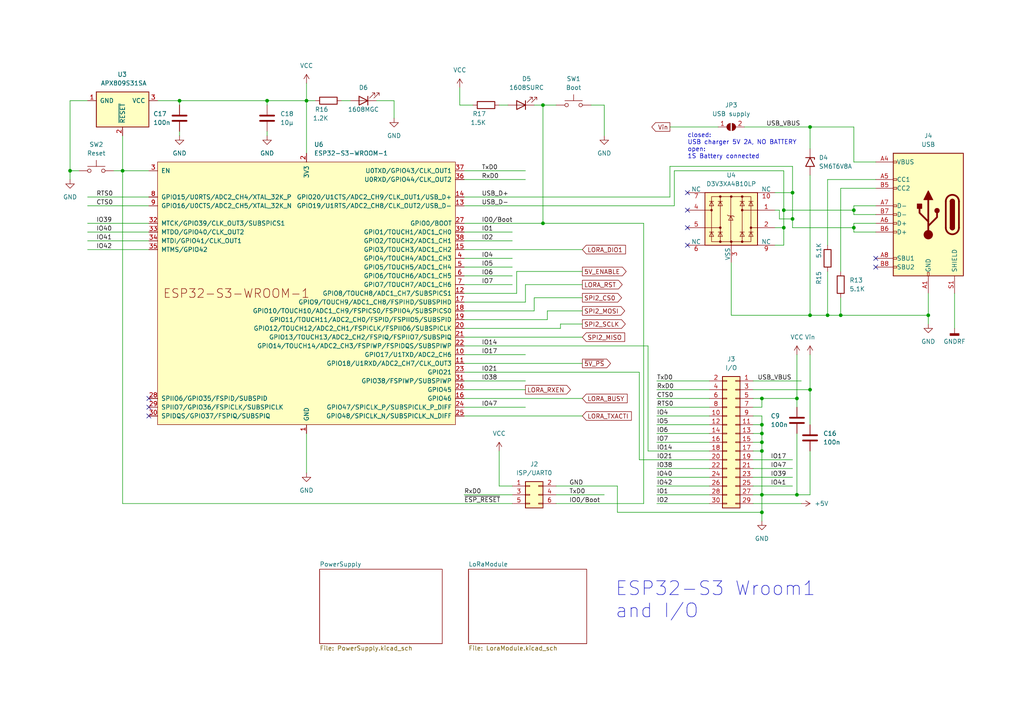
<source format=kicad_sch>
(kicad_sch (version 20230121) (generator eeschema)
  (paper "A4")
  (lib_symbols
    (symbol "Connector:USB_C_Receptacle_USB2.0_16P" (pin_names (offset 1.016))
      (property "Reference" "J" (at 0 22.225 0))
      (property "Value" "USB_C_Receptacle_USB2.0_16P" (at 0 19.685 0))
      (symbol "USB_C_Receptacle_USB2.0_16P_0_0"
        (rectangle (start -0.254 -17.78) (end 0.254 -16.764))
        (rectangle (start 10.16 -14.986) (end 9.144 -15.494))
        (rectangle (start 10.16 -12.446) (end 9.144 -12.954))
        (rectangle (start 10.16 -4.826) (end 9.144 -5.334))
        (rectangle (start 10.16 -2.286) (end 9.144 -2.794))
        (rectangle (start 10.16 0.254) (end 9.144 -0.254))
        (rectangle (start 10.16 2.794) (end 9.144 2.286))
        (rectangle (start 10.16 7.874) (end 9.144 7.366))
        (rectangle (start 10.16 10.414) (end 9.144 9.906))
        (rectangle (start 10.16 15.494) (end 9.144 14.986))
      )
      (symbol "USB_C_Receptacle_USB2.0_16P_0_1"
        (rectangle (start -10.16 17.78) (end 10.16 -17.78) (stroke (width 0.254)) (fill (type background)))
        (arc (start -8.89 -3.81) (mid -6.985 -5.7067) (end -5.08 -3.81) (stroke (width 0.508)))
        (arc (start -7.62 -3.81) (mid -6.985 -4.4423) (end -6.35 -3.81) (stroke (width 0.254)))
        (arc (start -7.62 -3.81) (mid -6.985 -4.4423) (end -6.35 -3.81) (stroke (width 0.254)) (fill (type outline)))
        (rectangle (start -7.62 -3.81) (end -6.35 3.81) (stroke (width 0.254)) (fill (type outline)))
        (arc (start -6.35 3.81) (mid -6.985 4.4423) (end -7.62 3.81) (stroke (width 0.254)))
        (arc (start -6.35 3.81) (mid -6.985 4.4423) (end -7.62 3.81) (stroke (width 0.254)) (fill (type outline)))
        (arc (start -5.08 3.81) (mid -6.985 5.7067) (end -8.89 3.81) (stroke (width 0.508)))
        (circle (center -2.54 1.143) (radius 0.635) (stroke (width 0.254)) (fill (type outline)))
        (circle (center 0 -5.842) (radius 1.27) (fill (type outline)))
        (polyline (pts (xy -8.89 -3.81) (xy -8.89 3.81)) (stroke (width 0.508)))
        (polyline (pts (xy -5.08 3.81) (xy -5.08 -3.81)) (stroke (width 0.508)))
        (polyline (pts (xy 0 -5.842) (xy 0 4.318)) (stroke (width 0.508)))
        (polyline (pts (xy 0 -3.302) (xy -2.54 -0.762) (xy -2.54 0.508)) (stroke (width 0.508)))
        (polyline (pts (xy 0 -2.032) (xy 2.54 0.508) (xy 2.54 1.778)) (stroke (width 0.508)))
        (polyline (pts (xy -1.27 4.318) (xy 0 6.858) (xy 1.27 4.318) (xy -1.27 4.318)) (stroke (width 0.254)) (fill (type outline)))
        (rectangle (start 1.905 1.778) (end 3.175 3.048) (stroke (width 0.254)) (fill (type outline)))
      )
      (symbol "USB_C_Receptacle_USB2.0_16P_1_1"
        (pin passive line (at 0 -22.86 90) (length 5.08) (name "GND") (number "A1"))
        (pin passive line (at 0 -22.86 90) (length 5.08) hide (name "GND") (number "A12"))
        (pin passive line (at 15.24 15.24 180) (length 5.08) (name "VBUS") (number "A4"))
        (pin bidirectional line (at 15.24 10.16 180) (length 5.08) (name "CC1") (number "A5"))
        (pin bidirectional line (at 15.24 -2.54 180) (length 5.08) (name "D+") (number "A6"))
        (pin bidirectional line (at 15.24 2.54 180) (length 5.08) (name "D-") (number "A7"))
        (pin bidirectional line (at 15.24 -12.7 180) (length 5.08) (name "SBU1") (number "A8"))
        (pin passive line (at 15.24 15.24 180) (length 5.08) hide (name "VBUS") (number "A9"))
        (pin passive line (at 0 -22.86 90) (length 5.08) hide (name "GND") (number "B1"))
        (pin passive line (at 0 -22.86 90) (length 5.08) hide (name "GND") (number "B12"))
        (pin passive line (at 15.24 15.24 180) (length 5.08) hide (name "VBUS") (number "B4"))
        (pin bidirectional line (at 15.24 7.62 180) (length 5.08) (name "CC2") (number "B5"))
        (pin bidirectional line (at 15.24 -5.08 180) (length 5.08) (name "D+") (number "B6"))
        (pin bidirectional line (at 15.24 0 180) (length 5.08) (name "D-") (number "B7"))
        (pin bidirectional line (at 15.24 -15.24 180) (length 5.08) (name "SBU2") (number "B8"))
        (pin passive line (at 15.24 15.24 180) (length 5.08) hide (name "VBUS") (number "B9"))
        (pin passive line (at -7.62 -22.86 90) (length 5.08) (name "SHIELD") (number "S1"))
      )
    )
    (symbol "Connector_Generic:Conn_02x03_Odd_Even" (pin_names (offset 1.016) hide)
      (property "Reference" "J" (at 1.27 5.08 0))
      (property "Value" "Conn_02x03_Odd_Even" (at 1.27 -5.08 0))
      (symbol "Conn_02x03_Odd_Even_1_1"
        (rectangle (start -1.27 -2.413) (end 0 -2.667) (stroke (width 0.1524)))
        (rectangle (start -1.27 0.127) (end 0 -0.127) (stroke (width 0.1524)))
        (rectangle (start -1.27 2.667) (end 0 2.413) (stroke (width 0.1524)))
        (rectangle (start -1.27 3.81) (end 3.81 -3.81) (stroke (width 0.254)) (fill (type background)))
        (rectangle (start 3.81 -2.413) (end 2.54 -2.667) (stroke (width 0.1524)))
        (rectangle (start 3.81 0.127) (end 2.54 -0.127) (stroke (width 0.1524)))
        (rectangle (start 3.81 2.667) (end 2.54 2.413) (stroke (width 0.1524)))
        (pin passive line (at -5.08 2.54 0) (length 3.81) (name "Pin_1") (number "1"))
        (pin passive line (at 7.62 2.54 180) (length 3.81) (name "Pin_2") (number "2"))
        (pin passive line (at -5.08 0 0) (length 3.81) (name "Pin_3") (number "3"))
        (pin passive line (at 7.62 0 180) (length 3.81) (name "Pin_4") (number "4"))
        (pin passive line (at -5.08 -2.54 0) (length 3.81) (name "Pin_5") (number "5"))
        (pin passive line (at 7.62 -2.54 180) (length 3.81) (name "Pin_6") (number "6"))
      )
    )
    (symbol "Connector_Generic:Conn_02x15_Odd_Even" (pin_names (offset 1.016) hide)
      (property "Reference" "J" (at 1.27 20.32 0))
      (property "Value" "Conn_02x15_Odd_Even" (at 1.27 -20.32 0))
      (symbol "Conn_02x15_Odd_Even_1_1"
        (rectangle (start -1.27 -17.653) (end 0 -17.907) (stroke (width 0.1524)))
        (rectangle (start -1.27 -15.113) (end 0 -15.367) (stroke (width 0.1524)))
        (rectangle (start -1.27 -12.573) (end 0 -12.827) (stroke (width 0.1524)))
        (rectangle (start -1.27 -10.033) (end 0 -10.287) (stroke (width 0.1524)))
        (rectangle (start -1.27 -7.493) (end 0 -7.747) (stroke (width 0.1524)))
        (rectangle (start -1.27 -4.953) (end 0 -5.207) (stroke (width 0.1524)))
        (rectangle (start -1.27 -2.413) (end 0 -2.667) (stroke (width 0.1524)))
        (rectangle (start -1.27 0.127) (end 0 -0.127) (stroke (width 0.1524)))
        (rectangle (start -1.27 2.667) (end 0 2.413) (stroke (width 0.1524)))
        (rectangle (start -1.27 5.207) (end 0 4.953) (stroke (width 0.1524)))
        (rectangle (start -1.27 7.747) (end 0 7.493) (stroke (width 0.1524)))
        (rectangle (start -1.27 10.287) (end 0 10.033) (stroke (width 0.1524)))
        (rectangle (start -1.27 12.827) (end 0 12.573) (stroke (width 0.1524)))
        (rectangle (start -1.27 15.367) (end 0 15.113) (stroke (width 0.1524)))
        (rectangle (start -1.27 17.907) (end 0 17.653) (stroke (width 0.1524)))
        (rectangle (start -1.27 19.05) (end 3.81 -19.05) (stroke (width 0.254)) (fill (type background)))
        (rectangle (start 3.81 -17.653) (end 2.54 -17.907) (stroke (width 0.1524)))
        (rectangle (start 3.81 -15.113) (end 2.54 -15.367) (stroke (width 0.1524)))
        (rectangle (start 3.81 -12.573) (end 2.54 -12.827) (stroke (width 0.1524)))
        (rectangle (start 3.81 -10.033) (end 2.54 -10.287) (stroke (width 0.1524)))
        (rectangle (start 3.81 -7.493) (end 2.54 -7.747) (stroke (width 0.1524)))
        (rectangle (start 3.81 -4.953) (end 2.54 -5.207) (stroke (width 0.1524)))
        (rectangle (start 3.81 -2.413) (end 2.54 -2.667) (stroke (width 0.1524)))
        (rectangle (start 3.81 0.127) (end 2.54 -0.127) (stroke (width 0.1524)))
        (rectangle (start 3.81 2.667) (end 2.54 2.413) (stroke (width 0.1524)))
        (rectangle (start 3.81 5.207) (end 2.54 4.953) (stroke (width 0.1524)))
        (rectangle (start 3.81 7.747) (end 2.54 7.493) (stroke (width 0.1524)))
        (rectangle (start 3.81 10.287) (end 2.54 10.033) (stroke (width 0.1524)))
        (rectangle (start 3.81 12.827) (end 2.54 12.573) (stroke (width 0.1524)))
        (rectangle (start 3.81 15.367) (end 2.54 15.113) (stroke (width 0.1524)))
        (rectangle (start 3.81 17.907) (end 2.54 17.653) (stroke (width 0.1524)))
        (pin passive line (at -5.08 17.78 0) (length 3.81) (name "Pin_1") (number "1"))
        (pin passive line (at 7.62 7.62 180) (length 3.81) (name "Pin_10") (number "10"))
        (pin passive line (at -5.08 5.08 0) (length 3.81) (name "Pin_11") (number "11"))
        (pin passive line (at 7.62 5.08 180) (length 3.81) (name "Pin_12") (number "12"))
        (pin passive line (at -5.08 2.54 0) (length 3.81) (name "Pin_13") (number "13"))
        (pin passive line (at 7.62 2.54 180) (length 3.81) (name "Pin_14") (number "14"))
        (pin passive line (at -5.08 0 0) (length 3.81) (name "Pin_15") (number "15"))
        (pin passive line (at 7.62 0 180) (length 3.81) (name "Pin_16") (number "16"))
        (pin passive line (at -5.08 -2.54 0) (length 3.81) (name "Pin_17") (number "17"))
        (pin passive line (at 7.62 -2.54 180) (length 3.81) (name "Pin_18") (number "18"))
        (pin passive line (at -5.08 -5.08 0) (length 3.81) (name "Pin_19") (number "19"))
        (pin passive line (at 7.62 17.78 180) (length 3.81) (name "Pin_2") (number "2"))
        (pin passive line (at 7.62 -5.08 180) (length 3.81) (name "Pin_20") (number "20"))
        (pin passive line (at -5.08 -7.62 0) (length 3.81) (name "Pin_21") (number "21"))
        (pin passive line (at 7.62 -7.62 180) (length 3.81) (name "Pin_22") (number "22"))
        (pin passive line (at -5.08 -10.16 0) (length 3.81) (name "Pin_23") (number "23"))
        (pin passive line (at 7.62 -10.16 180) (length 3.81) (name "Pin_24") (number "24"))
        (pin passive line (at -5.08 -12.7 0) (length 3.81) (name "Pin_25") (number "25"))
        (pin passive line (at 7.62 -12.7 180) (length 3.81) (name "Pin_26") (number "26"))
        (pin passive line (at -5.08 -15.24 0) (length 3.81) (name "Pin_27") (number "27"))
        (pin passive line (at 7.62 -15.24 180) (length 3.81) (name "Pin_28") (number "28"))
        (pin passive line (at -5.08 -17.78 0) (length 3.81) (name "Pin_29") (number "29"))
        (pin passive line (at -5.08 15.24 0) (length 3.81) (name "Pin_3") (number "3"))
        (pin passive line (at 7.62 -17.78 180) (length 3.81) (name "Pin_30") (number "30"))
        (pin passive line (at 7.62 15.24 180) (length 3.81) (name "Pin_4") (number "4"))
        (pin passive line (at -5.08 12.7 0) (length 3.81) (name "Pin_5") (number "5"))
        (pin passive line (at 7.62 12.7 180) (length 3.81) (name "Pin_6") (number "6"))
        (pin passive line (at -5.08 10.16 0) (length 3.81) (name "Pin_7") (number "7"))
        (pin passive line (at 7.62 10.16 180) (length 3.81) (name "Pin_8") (number "8"))
        (pin passive line (at -5.08 7.62 0) (length 3.81) (name "Pin_9") (number "9"))
      )
    )
    (symbol "DO1FJN:APX809S" (pin_names (offset 1.016))
      (property "Reference" "U" (at 0 8.89 0))
      (property "Value" "APX809S31SA" (at -1.27 -8.89 0))
      (symbol "APX809S_1_1"
        (rectangle (start -5.08 7.62) (end 5.08 -7.62) (stroke (width 0.254)) (fill (type background)))
        (pin power_in line (at -2.54 -10.16 90) (length 2.54) (name "GND") (number "1"))
        (pin output line (at 7.62 0 180) (length 2.54) (name "~{RESET}") (number "2"))
        (pin power_in line (at -2.54 10.16 270) (length 2.54) (name "VCC") (number "3"))
      )
    )
    (symbol "DO1FJN:GNDRF" (power) (pin_names (offset 0))
      (property "Value" "GNDRF" (at 0 -3.175 0))
      (symbol "GNDRF_0_1"
        (rectangle (start -1.27 -1.524) (end 1.27 -2.032) (stroke (width 0.254)) (fill (type outline)))
        (polyline (pts (xy 0 0) (xy 0 -1.524)))
      )
      (symbol "GNDRF_1_1"
        (pin power_in line (at 0 0 270) (length 0) hide (name "GNDRF") (number "1"))
      )
    )
    (symbol "DO1FJN:Vin" (power) (pin_names (offset 0))
      (property "Value" "Vin" (at 0 3.81 0))
      (symbol "Vin_0_1"
        (polyline (pts (xy -0.762 1.27) (xy 0 2.54)))
        (polyline (pts (xy 0 0) (xy 0 2.54)))
        (polyline (pts (xy 0 2.54) (xy 0.762 1.27)))
      )
      (symbol "Vin_1_1"
        (pin power_in line (at 0 0 90) (length 0) hide (name "Vin") (number "1"))
      )
    )
    (symbol "Device:C" (pin_numbers hide) (pin_names (offset 0.254))
      (property "Reference" "C" (at 0.635 2.54 0))
      (property "Value" "C" (at 0.635 -2.54 0))
      (symbol "C_0_1"
        (polyline (pts (xy -2.032 -0.762) (xy 2.032 -0.762)) (stroke (width 0.508)))
        (polyline (pts (xy -2.032 0.762) (xy 2.032 0.762)) (stroke (width 0.508)))
      )
      (symbol "C_1_1"
        (pin passive line (at 0 3.81 270) (length 2.794) (name "~") (number "1"))
        (pin passive line (at 0 -3.81 90) (length 2.794) (name "~") (number "2"))
      )
    )
    (symbol "Device:LED" (pin_numbers hide) (pin_names (offset 1.016) hide)
      (property "Reference" "D" (at 0 2.54 0))
      (property "Value" "LED" (at 0 -2.54 0))
      (symbol "LED_0_1"
        (polyline (pts (xy -1.27 -1.27) (xy -1.27 1.27)) (stroke (width 0.254)))
        (polyline (pts (xy -1.27 0) (xy 1.27 0)))
        (polyline (pts (xy 1.27 -1.27) (xy 1.27 1.27) (xy -1.27 0) (xy 1.27 -1.27)) (stroke (width 0.254)))
        (polyline (pts (xy -3.048 -0.762) (xy -4.572 -2.286) (xy -3.81 -2.286) (xy -4.572 -2.286) (xy -4.572 -1.524)))
        (polyline (pts (xy -1.778 -0.762) (xy -3.302 -2.286) (xy -2.54 -2.286) (xy -3.302 -2.286) (xy -3.302 -1.524)))
      )
      (symbol "LED_1_1"
        (pin passive line (at -3.81 0 0) (length 2.54) (name "K") (number "1"))
        (pin passive line (at 3.81 0 180) (length 2.54) (name "A") (number "2"))
      )
    )
    (symbol "Device:R" (pin_numbers hide) (pin_names (offset 0))
      (property "Reference" "R" (at 2.032 0 90))
      (property "Value" "R" (at 0 0 90))
      (symbol "R_0_1"
        (rectangle (start -1.016 -2.54) (end 1.016 2.54) (stroke (width 0.254)))
      )
      (symbol "R_1_1"
        (pin passive line (at 0 3.81 270) (length 1.27) (name "~") (number "1"))
        (pin passive line (at 0 -3.81 90) (length 1.27) (name "~") (number "2"))
      )
    )
    (symbol "Diode:SM6T6V8A" (pin_numbers hide) (pin_names (offset 1.016) hide)
      (property "Reference" "D" (at 0 2.54 0))
      (property "Value" "SM6T6V8A" (at 0 -2.54 0))
      (symbol "SM6T6V8A_0_1"
        (polyline (pts (xy -0.762 1.27) (xy -1.27 1.27) (xy -1.27 -1.27)) (stroke (width 0.254)))
        (polyline (pts (xy 1.27 1.27) (xy 1.27 -1.27) (xy -1.27 0) (xy 1.27 1.27)) (stroke (width 0.254)))
      )
      (symbol "SM6T6V8A_1_1"
        (pin passive line (at -3.81 0 0) (length 2.54) (name "A1") (number "1"))
        (pin passive line (at 3.81 0 180) (length 2.54) (name "A2") (number "2"))
      )
    )
    (symbol "Jumper:SolderJumper_2_Open" (pin_names (offset 0) hide)
      (property "Reference" "JP" (at 0 2.032 0))
      (property "Value" "SolderJumper_2_Open" (at 0 -2.54 0))
      (symbol "SolderJumper_2_Open_0_1"
        (arc (start -0.254 1.016) (mid -1.2656 0) (end -0.254 -1.016))
        (arc (start -0.254 1.016) (mid -1.2656 0) (end -0.254 -1.016) (fill (type outline)))
        (polyline (pts (xy -0.254 1.016) (xy -0.254 -1.016)))
        (polyline (pts (xy 0.254 1.016) (xy 0.254 -1.016)))
        (arc (start 0.254 -1.016) (mid 1.2656 0) (end 0.254 1.016))
        (arc (start 0.254 -1.016) (mid 1.2656 0) (end 0.254 1.016) (fill (type outline)))
      )
      (symbol "SolderJumper_2_Open_1_1"
        (pin passive line (at -3.81 0 0) (length 2.54) (name "A") (number "1"))
        (pin passive line (at 3.81 0 180) (length 2.54) (name "B") (number "2"))
      )
    )
    (symbol "PCM_Espressif:ESP32-S3-WROOM-1" (pin_names (offset 1.016))
      (property "Reference" "U" (at -43.18 43.18 0))
      (property "Value" "ESP32-S3-WROOM-1" (at -43.18 40.64 0))
      (symbol "ESP32-S3-WROOM-1_0_0"
        (text "ESP32-S3-WROOM-1" (at -20.32 0 0) (effects (font (size 2.54 2.54))))
        (pin power_in line (at 0 -40.64 90) (length 2.54) (name "GND") (number "1"))
        (pin bidirectional line (at 45.72 -17.78 180) (length 2.54) (name "GPIO17/U1TXD/ADC2_CH6") (number "10"))
        (pin bidirectional line (at 45.72 -20.32 180) (length 2.54) (name "GPIO18/U1RXD/ADC2_CH7/CLK_OUT3") (number "11"))
        (pin bidirectional line (at 45.72 0 180) (length 2.54) (name "GPIO8/TOUCH8/ADC1_CH7/SUBSPICS1") (number "12"))
        (pin bidirectional line (at 45.72 25.4 180) (length 2.54) (name "GPIO19/U1RTS/ADC2_CH8/CLK_OUT2/USB_D-") (number "13"))
        (pin bidirectional line (at 45.72 27.94 180) (length 2.54) (name "GPIO20/U1CTS/ADC2_CH9/CLK_OUT1/USB_D+") (number "14"))
        (pin bidirectional line (at 45.72 12.7 180) (length 2.54) (name "GPIO3/TOUCH3/ADC1_CH2") (number "15"))
        (pin bidirectional line (at 45.72 -30.48 180) (length 2.54) (name "GPIO46") (number "16"))
        (pin bidirectional line (at 45.72 -2.54 180) (length 2.54) (name "GPIO9/TOUCH9/ADC1_CH8/FSPIHD/SUBSPIHD") (number "17"))
        (pin bidirectional line (at 45.72 -5.08 180) (length 2.54) (name "GPIO10/TOUCH10/ADC1_CH9/FSPICS0/FSPIIO4/SUBSPICS0") (number "18"))
        (pin bidirectional line (at 45.72 -7.62 180) (length 2.54) (name "GPIO11/TOUCH11/ADC2_CH0/FSPID/FSPIIO5/SUBSPID") (number "19"))
        (pin power_in line (at 0 40.64 270) (length 2.54) (name "3V3") (number "2"))
        (pin bidirectional line (at 45.72 -10.16 180) (length 2.54) (name "GPIO12/TOUCH12/ADC2_CH1/FSPICLK/FSPIIO6/SUBSPICLK") (number "20"))
        (pin bidirectional line (at 45.72 -12.7 180) (length 2.54) (name "GPIO13/TOUCH13/ADC2_CH2/FSPIQ/FSPIIO7/SUBSPIQ") (number "21"))
        (pin bidirectional line (at 45.72 -15.24 180) (length 2.54) (name "GPIO14/TOUCH14/ADC2_CH3/FSPIWP/FSPIDQS/SUBSPIWP") (number "22"))
        (pin bidirectional line (at 45.72 -22.86 180) (length 2.54) (name "GPIO21") (number "23"))
        (pin bidirectional line (at 45.72 -33.02 180) (length 2.54) (name "GPIO47/SPICLK_P/SUBSPICLK_P_DIFF") (number "24"))
        (pin bidirectional line (at 45.72 -35.56 180) (length 2.54) (name "GPIO48/SPICLK_N/SUBSPICLK_N_DIFF") (number "25"))
        (pin bidirectional line (at 45.72 -27.94 180) (length 2.54) (name "GPIO45") (number "26"))
        (pin bidirectional line (at 45.72 20.32 180) (length 2.54) (name "GPIO0/BOOT") (number "27"))
        (pin bidirectional line (at -45.72 -30.48 0) (length 2.54) (name "SPIIO6/GPIO35/FSPID/SUBSPID") (number "28"))
        (pin bidirectional line (at -45.72 -33.02 0) (length 2.54) (name "SPIIO7/GPIO36/FSPICLK/SUBSPICLK") (number "29"))
        (pin input line (at -45.72 35.56 0) (length 2.54) (name "EN") (number "3"))
        (pin bidirectional line (at -45.72 -35.56 0) (length 2.54) (name "SPIDQS/GPIO37/FSPIQ/SUBSPIQ") (number "30"))
        (pin bidirectional line (at 45.72 -25.4 180) (length 2.54) (name "GPIO38/FSPIWP/SUBSPIWP") (number "31"))
        (pin bidirectional line (at -45.72 20.32 0) (length 2.54) (name "MTCK/GPIO39/CLK_OUT3/SUBSPICS1") (number "32"))
        (pin bidirectional line (at -45.72 17.78 0) (length 2.54) (name "MTDO/GPIO40/CLK_OUT2") (number "33"))
        (pin bidirectional line (at -45.72 15.24 0) (length 2.54) (name "MTDI/GPIO41/CLK_OUT1") (number "34"))
        (pin bidirectional line (at -45.72 12.7 0) (length 2.54) (name "MTMS/GPIO42") (number "35"))
        (pin bidirectional line (at 45.72 33.02 180) (length 2.54) (name "U0RXD/GPIO44/CLK_OUT2") (number "36"))
        (pin bidirectional line (at 45.72 35.56 180) (length 2.54) (name "U0TXD/GPIO43/CLK_OUT1") (number "37"))
        (pin bidirectional line (at 45.72 15.24 180) (length 2.54) (name "GPIO2/TOUCH2/ADC1_CH1") (number "38"))
        (pin bidirectional line (at 45.72 17.78 180) (length 2.54) (name "GPIO1/TOUCH1/ADC1_CH0") (number "39"))
        (pin bidirectional line (at 45.72 10.16 180) (length 2.54) (name "GPIO4/TOUCH4/ADC1_CH3") (number "4"))
        (pin passive line (at 0 -40.64 90) (length 2.54) hide (name "GND") (number "40"))
        (pin passive line (at 0 -40.64 90) (length 2.54) hide (name "GND") (number "41"))
        (pin bidirectional line (at 45.72 7.62 180) (length 2.54) (name "GPIO5/TOUCH5/ADC1_CH4") (number "5"))
        (pin bidirectional line (at 45.72 5.08 180) (length 2.54) (name "GPIO6/TOUCH6/ADC1_CH5") (number "6"))
        (pin bidirectional line (at 45.72 2.54 180) (length 2.54) (name "GPIO7/TOUCH7/ADC1_CH6") (number "7"))
        (pin bidirectional line (at -45.72 27.94 0) (length 2.54) (name "GPIO15/U0RTS/ADC2_CH4/XTAL_32K_P") (number "8"))
        (pin bidirectional line (at -45.72 25.4 0) (length 2.54) (name "GPIO16/U0CTS/ADC2_CH5/XTAL_32K_N") (number "9"))
      )
      (symbol "ESP32-S3-WROOM-1_0_1"
        (rectangle (start -43.18 38.1) (end 43.18 -38.1) (fill (type background)))
      )
    )
    (symbol "Power_Protection:D3V3XA4B10LP" (pin_names (offset 0))
      (property "Reference" "U" (at -0.635 8.89 0))
      (property "Value" "D3V3XA4B10LP" (at 8.89 -10.16 0))
      (symbol "D3V3XA4B10LP_0_0"
        (rectangle (start -5.715 6.477) (end 5.715 -6.604))
        (polyline (pts (xy -3.175 -6.604) (xy -3.175 6.477)))
        (polyline (pts (xy 0.127 6.477) (xy 0.127 -6.604)))
        (polyline (pts (xy 3.175 6.477) (xy 3.175 -6.604)))
      )
      (symbol "D3V3XA4B10LP_0_1"
        (rectangle (start -7.62 7.62) (end 7.62 -7.62) (stroke (width 0.254)) (fill (type background)))
        (circle (center -5.715 -2.54) (radius 0.2794) (fill (type outline)))
        (circle (center -3.175 -6.604) (radius 0.2794) (fill (type outline)))
        (circle (center -3.175 2.54) (radius 0.2794) (fill (type outline)))
        (circle (center -3.175 6.477) (radius 0.2794) (fill (type outline)))
        (circle (center 0 -6.604) (radius 0.2794) (fill (type outline)))
        (polyline (pts (xy -7.747 2.54) (xy -3.175 2.54)))
        (polyline (pts (xy -7.62 -2.54) (xy -5.715 -2.54)))
        (polyline (pts (xy -5.08 -3.81) (xy -6.35 -3.81)))
        (polyline (pts (xy -5.08 5.08) (xy -6.35 5.08)))
        (polyline (pts (xy -2.54 -3.81) (xy -3.81 -3.81)))
        (polyline (pts (xy -2.54 5.08) (xy -3.81 5.08)))
        (polyline (pts (xy -0.508 0.889) (xy -0.889 0.635)))
        (polyline (pts (xy 0 -6.604) (xy 0 -7.62)))
        (polyline (pts (xy 0.762 0.889) (xy -0.508 0.889)))
        (polyline (pts (xy 0.762 0.889) (xy 1.143 1.143)))
        (polyline (pts (xy 3.81 -3.81) (xy 2.54 -3.81)))
        (polyline (pts (xy 3.81 5.08) (xy 2.54 5.08)))
        (polyline (pts (xy 6.35 -3.81) (xy 5.08 -3.81)))
        (polyline (pts (xy 6.35 5.08) (xy 5.08 5.08)))
        (polyline (pts (xy 7.62 -2.54) (xy 3.175 -2.54)))
        (polyline (pts (xy 7.62 2.54) (xy 5.715 2.54)))
        (polyline (pts (xy -5.08 -5.08) (xy -6.35 -5.08) (xy -5.715 -3.81) (xy -5.08 -5.08)))
        (polyline (pts (xy -5.08 3.81) (xy -6.35 3.81) (xy -5.715 5.08) (xy -5.08 3.81)))
        (polyline (pts (xy -2.54 -5.08) (xy -3.81 -5.08) (xy -3.175 -3.81) (xy -2.54 -5.08)))
        (polyline (pts (xy -2.54 3.81) (xy -3.81 3.81) (xy -3.175 5.08) (xy -2.54 3.81)))
        (polyline (pts (xy 0.762 -0.381) (xy -0.508 -0.381) (xy 0.127 0.889) (xy 0.762 -0.381)))
        (polyline (pts (xy 3.81 -5.08) (xy 2.54 -5.08) (xy 3.175 -3.81) (xy 3.81 -5.08)))
        (polyline (pts (xy 3.81 3.81) (xy 2.54 3.81) (xy 3.175 5.08) (xy 3.81 3.81)))
        (polyline (pts (xy 6.35 -5.08) (xy 5.08 -5.08) (xy 5.715 -3.81) (xy 6.35 -5.08)))
        (polyline (pts (xy 6.35 3.81) (xy 5.08 3.81) (xy 5.715 5.08) (xy 6.35 3.81)))
        (circle (center 0 6.477) (radius 0.2794) (fill (type outline)))
        (circle (center 3.175 -6.604) (radius 0.2794) (fill (type outline)))
        (circle (center 3.175 -2.54) (radius 0.2794) (fill (type outline)))
        (circle (center 3.175 6.477) (radius 0.2794) (fill (type outline)))
        (circle (center 5.715 2.54) (radius 0.2794) (fill (type outline)))
      )
      (symbol "D3V3XA4B10LP_1_1"
        (pin passive line (at -12.7 2.54 0) (length 5.08) (name "~") (number "1"))
        (pin free line (at -12.7 7.62 0) (length 5.08) (name "NC") (number "10"))
        (pin passive line (at -12.7 -2.54 0) (length 5.08) (name "~") (number "2"))
        (pin power_in line (at 0 -12.7 90) (length 5.08) (name "VSS") (number "3"))
        (pin passive line (at 12.7 2.54 180) (length 5.08) (name "~") (number "4"))
        (pin passive line (at 12.7 -2.54 180) (length 5.08) (name "~") (number "5"))
        (pin free line (at 12.7 -7.62 180) (length 5.08) (name "NC") (number "6"))
        (pin free line (at 12.7 7.62 180) (length 5.08) (name "NC") (number "7"))
        (pin passive line (at 0 -12.7 90) (length 5.08) hide (name "VSS") (number "8"))
        (pin free line (at -12.7 -7.62 0) (length 5.08) (name "NC") (number "9"))
      )
    )
    (symbol "Switch:SW_Push" (pin_numbers hide) (pin_names (offset 1.016) hide)
      (property "Reference" "SW" (at 1.27 2.54 0))
      (property "Value" "SW_Push" (at 0 -1.524 0))
      (symbol "SW_Push_0_1"
        (circle (center -2.032 0) (radius 0.508))
        (polyline (pts (xy 0 1.27) (xy 0 3.048)))
        (polyline (pts (xy 2.54 1.27) (xy -2.54 1.27)))
        (circle (center 2.032 0) (radius 0.508))
        (pin passive line (at -5.08 0 0) (length 2.54) (name "1") (number "1"))
        (pin passive line (at 5.08 0 180) (length 2.54) (name "2") (number "2"))
      )
    )
    (symbol "power:+5V" (power) (pin_names (offset 0))
      (property "Value" "+5V" (at 0 3.556 0))
      (symbol "+5V_0_1"
        (polyline (pts (xy -0.762 1.27) (xy 0 2.54)))
        (polyline (pts (xy 0 0) (xy 0 2.54)))
        (polyline (pts (xy 0 2.54) (xy 0.762 1.27)))
      )
      (symbol "+5V_1_1"
        (pin power_in line (at 0 0 90) (length 0) hide (name "+5V") (number "1"))
      )
    )
    (symbol "power:GND" (power) (pin_names (offset 0))
      (property "Value" "GND" (at 0 -3.81 0))
      (symbol "GND_0_1"
        (polyline (pts (xy 0 0) (xy 0 -1.27) (xy 1.27 -1.27) (xy 0 -2.54) (xy -1.27 -1.27) (xy 0 -1.27)))
      )
      (symbol "GND_1_1"
        (pin power_in line (at 0 0 270) (length 0) hide (name "GND") (number "1"))
      )
    )
    (symbol "power:VCC" (power) (pin_names (offset 0))
      (property "Value" "VCC" (at 0 3.81 0))
      (symbol "VCC_0_1"
        (polyline (pts (xy -0.762 1.27) (xy 0 2.54)))
        (polyline (pts (xy 0 0) (xy 0 2.54)))
        (polyline (pts (xy 0 2.54) (xy 0.762 1.27)))
      )
      (symbol "VCC_1_1"
        (pin power_in line (at 0 0 90) (length 0) hide (name "VCC") (number "1"))
      )
    )
  )
  (junction (at 157.48 64.77))
  (junction (at 220.98 128.27))
  (junction (at 220.98 125.73))
  (junction (at 231.14 143.51))
  (junction (at 157.48 30.48))
  (junction (at 35.56 49.53))
  (junction (at 269.24 91.44))
  (junction (at 220.98 143.51))
  (junction (at 227.33 60.96))
  (junction (at 52.07 29.21))
  (junction (at 234.95 113.03))
  (junction (at 243.84 91.44))
  (junction (at 229.87 55.88))
  (junction (at 234.95 91.44))
  (junction (at 220.98 115.57))
  (junction (at 231.14 115.57))
  (junction (at 220.98 123.19))
  (junction (at 229.87 63.5))
  (junction (at 240.03 91.44))
  (junction (at 247.65 66.04))
  (junction (at 88.9 29.21))
  (junction (at 77.47 29.21))
  (junction (at 20.32 49.53))
  (junction (at 234.95 36.83))
  (junction (at 247.65 60.96))
  (junction (at 227.33 66.04))
  (junction (at 220.98 130.81))
  (junction (at 220.98 148.59))
  (no_connect (at 254 77.47))
  (no_connect (at 199.39 55.88))
  (no_connect (at 43.18 118.11))
  (no_connect (at 199.39 71.12))
  (no_connect (at 254 74.93))
  (no_connect (at 43.18 120.65))
  (no_connect (at 43.18 115.57))
  (no_connect (at 199.39 66.04))
  (no_connect (at 199.39 60.96))
  (wire (pts (xy 134.62 57.15) (xy 194.31 57.15)))
  (wire (pts (xy 220.98 120.65) (xy 218.44 120.65)))
  (wire (pts (xy 161.29 143.51) (xy 175.26 143.51)))
  (wire (pts (xy 43.18 49.53) (xy 35.56 49.53)))
  (wire (pts (xy 254 67.31) (xy 247.65 67.31)))
  (wire (pts (xy 154.94 86.36) (xy 168.91 86.36)))
  (wire (pts (xy 269.24 85.09) (xy 269.24 91.44)))
  (wire (pts (xy 220.98 118.11) (xy 220.98 115.57)))
  (wire (pts (xy 190.5 113.03) (xy 205.74 113.03)))
  (wire (pts (xy 134.62 113.03) (xy 152.4 113.03)))
  (wire (pts (xy 134.62 143.51) (xy 148.59 143.51)))
  (wire (pts (xy 52.07 29.21) (xy 52.07 30.48)))
  (wire (pts (xy 234.95 102.87) (xy 234.95 113.03)))
  (wire (pts (xy 229.87 55.88) (xy 229.87 63.5)))
  (wire (pts (xy 45.72 29.21) (xy 52.07 29.21)))
  (wire (pts (xy 134.62 77.47) (xy 148.59 77.47)))
  (wire (pts (xy 218.44 140.97) (xy 229.87 140.97)))
  (wire (pts (xy 229.87 48.26) (xy 229.87 55.88)))
  (wire (pts (xy 101.6 29.21) (xy 99.06 29.21)))
  (wire (pts (xy 190.5 118.11) (xy 205.74 118.11)))
  (wire (pts (xy 187.96 130.81) (xy 205.74 130.81)))
  (wire (pts (xy 134.62 64.77) (xy 157.48 64.77)))
  (wire (pts (xy 190.5 110.49) (xy 205.74 110.49)))
  (wire (pts (xy 243.84 91.44) (xy 240.03 91.44)))
  (wire (pts (xy 220.98 115.57) (xy 218.44 115.57)))
  (wire (pts (xy 218.44 113.03) (xy 234.95 113.03)))
  (wire (pts (xy 133.35 30.48) (xy 137.16 30.48)))
  (wire (pts (xy 226.06 63.5) (xy 229.87 63.5)))
  (wire (pts (xy 190.5 120.65) (xy 205.74 120.65)))
  (wire (pts (xy 215.9 36.83) (xy 234.95 36.83)))
  (wire (pts (xy 247.65 60.96) (xy 227.33 60.96)))
  (wire (pts (xy 52.07 39.37) (xy 52.07 38.1)))
  (wire (pts (xy 134.62 120.65) (xy 168.91 120.65)))
  (wire (pts (xy 134.62 52.07) (xy 152.4 52.07)))
  (wire (pts (xy 234.95 113.03) (xy 234.95 123.19)))
  (wire (pts (xy 218.44 133.35) (xy 229.87 133.35)))
  (wire (pts (xy 243.84 78.74) (xy 243.84 54.61)))
  (wire (pts (xy 134.62 118.11) (xy 152.4 118.11)))
  (wire (pts (xy 149.86 85.09) (xy 149.86 78.74)))
  (wire (pts (xy 161.29 140.97) (xy 179.07 140.97)))
  (wire (pts (xy 114.3 29.21) (xy 114.3 34.29)))
  (wire (pts (xy 231.14 102.87) (xy 231.14 115.57)))
  (wire (pts (xy 134.62 74.93) (xy 148.59 74.93)))
  (wire (pts (xy 254 64.77) (xy 247.65 64.77)))
  (wire (pts (xy 20.32 52.07) (xy 20.32 49.53)))
  (wire (pts (xy 154.94 30.48) (xy 157.48 30.48)))
  (wire (pts (xy 190.5 135.89) (xy 205.74 135.89)))
  (wire (pts (xy 218.44 125.73) (xy 220.98 125.73)))
  (wire (pts (xy 220.98 143.51) (xy 218.44 143.51)))
  (wire (pts (xy 220.98 123.19) (xy 220.98 120.65)))
  (wire (pts (xy 88.9 24.13) (xy 88.9 29.21)))
  (wire (pts (xy 269.24 91.44) (xy 269.24 93.98)))
  (wire (pts (xy 218.44 123.19) (xy 220.98 123.19)))
  (wire (pts (xy 158.75 92.71) (xy 134.62 92.71)))
  (wire (pts (xy 35.56 49.53) (xy 35.56 146.05)))
  (wire (pts (xy 276.86 95.25) (xy 276.86 85.09)))
  (wire (pts (xy 224.79 60.96) (xy 226.06 60.96)))
  (wire (pts (xy 134.62 67.31) (xy 148.59 67.31)))
  (wire (pts (xy 25.4 59.69) (xy 43.18 59.69)))
  (wire (pts (xy 220.98 128.27) (xy 220.98 130.81)))
  (wire (pts (xy 77.47 29.21) (xy 88.9 29.21)))
  (wire (pts (xy 134.62 80.01) (xy 148.59 80.01)))
  (wire (pts (xy 88.9 137.16) (xy 88.9 125.73)))
  (wire (pts (xy 234.95 36.83) (xy 234.95 43.18)))
  (wire (pts (xy 234.95 130.81) (xy 234.95 143.51)))
  (wire (pts (xy 134.62 82.55) (xy 148.59 82.55)))
  (wire (pts (xy 247.65 67.31) (xy 247.65 66.04)))
  (wire (pts (xy 187.96 100.33) (xy 187.96 130.81)))
  (wire (pts (xy 144.78 130.81) (xy 144.78 140.97)))
  (wire (pts (xy 194.31 48.26) (xy 229.87 48.26)))
  (wire (pts (xy 158.75 90.17) (xy 168.91 90.17)))
  (wire (pts (xy 247.65 36.83) (xy 234.95 36.83)))
  (wire (pts (xy 234.95 91.44) (xy 240.03 91.44)))
  (wire (pts (xy 195.58 59.69) (xy 195.58 49.53)))
  (wire (pts (xy 218.44 128.27) (xy 220.98 128.27)))
  (wire (pts (xy 20.32 29.21) (xy 25.4 29.21)))
  (wire (pts (xy 134.62 72.39) (xy 168.91 72.39)))
  (wire (pts (xy 186.69 146.05) (xy 186.69 64.77)))
  (wire (pts (xy 152.4 82.55) (xy 152.4 87.63)))
  (wire (pts (xy 231.14 143.51) (xy 220.98 143.51)))
  (wire (pts (xy 190.5 128.27) (xy 205.74 128.27)))
  (wire (pts (xy 212.09 91.44) (xy 212.09 76.2)))
  (wire (pts (xy 35.56 146.05) (xy 148.59 146.05)))
  (wire (pts (xy 179.07 148.59) (xy 220.98 148.59)))
  (wire (pts (xy 157.48 30.48) (xy 157.48 64.77)))
  (wire (pts (xy 190.5 138.43) (xy 205.74 138.43)))
  (wire (pts (xy 134.62 97.79) (xy 168.91 97.79)))
  (wire (pts (xy 134.62 102.87) (xy 152.4 102.87)))
  (wire (pts (xy 247.65 64.77) (xy 247.65 66.04)))
  (wire (pts (xy 254 59.69) (xy 247.65 59.69)))
  (wire (pts (xy 220.98 143.51) (xy 220.98 148.59)))
  (wire (pts (xy 234.95 143.51) (xy 231.14 143.51)))
  (wire (pts (xy 149.86 78.74) (xy 168.91 78.74)))
  (wire (pts (xy 20.32 49.53) (xy 20.32 29.21)))
  (wire (pts (xy 247.65 66.04) (xy 229.87 66.04)))
  (wire (pts (xy 220.98 115.57) (xy 231.14 115.57)))
  (wire (pts (xy 269.24 91.44) (xy 243.84 91.44)))
  (wire (pts (xy 161.29 146.05) (xy 186.69 146.05)))
  (wire (pts (xy 190.5 146.05) (xy 205.74 146.05)))
  (wire (pts (xy 185.42 107.95) (xy 185.42 133.35)))
  (wire (pts (xy 134.62 59.69) (xy 195.58 59.69)))
  (wire (pts (xy 152.4 87.63) (xy 134.62 87.63)))
  (wire (pts (xy 240.03 71.12) (xy 240.03 52.07)))
  (wire (pts (xy 190.5 140.97) (xy 205.74 140.97)))
  (wire (pts (xy 88.9 29.21) (xy 91.44 29.21)))
  (wire (pts (xy 134.62 107.95) (xy 185.42 107.95)))
  (wire (pts (xy 77.47 29.21) (xy 77.47 30.48)))
  (wire (pts (xy 35.56 49.53) (xy 35.56 39.37)))
  (wire (pts (xy 195.58 49.53) (xy 227.33 49.53)))
  (wire (pts (xy 247.65 62.23) (xy 247.65 60.96)))
  (wire (pts (xy 185.42 133.35) (xy 205.74 133.35)))
  (wire (pts (xy 247.65 59.69) (xy 247.65 60.96)))
  (wire (pts (xy 162.56 93.98) (xy 162.56 95.25)))
  (wire (pts (xy 227.33 49.53) (xy 227.33 60.96)))
  (wire (pts (xy 20.32 49.53) (xy 22.86 49.53)))
  (wire (pts (xy 231.14 125.73) (xy 231.14 143.51)))
  (wire (pts (xy 52.07 29.21) (xy 77.47 29.21)))
  (wire (pts (xy 190.5 115.57) (xy 205.74 115.57)))
  (wire (pts (xy 220.98 130.81) (xy 220.98 143.51)))
  (wire (pts (xy 162.56 93.98) (xy 168.91 93.98)))
  (wire (pts (xy 227.33 71.12) (xy 227.33 66.04)))
  (wire (pts (xy 144.78 30.48) (xy 147.32 30.48)))
  (wire (pts (xy 33.02 49.53) (xy 35.56 49.53)))
  (wire (pts (xy 134.62 110.49) (xy 152.4 110.49)))
  (wire (pts (xy 240.03 52.07) (xy 254 52.07)))
  (wire (pts (xy 25.4 67.31) (xy 43.18 67.31)))
  (wire (pts (xy 194.31 57.15) (xy 194.31 48.26)))
  (wire (pts (xy 77.47 38.1) (xy 77.47 39.37)))
  (wire (pts (xy 134.62 69.85) (xy 148.59 69.85)))
  (wire (pts (xy 25.4 72.39) (xy 43.18 72.39)))
  (wire (pts (xy 133.35 25.4) (xy 133.35 30.48)))
  (wire (pts (xy 134.62 100.33) (xy 187.96 100.33)))
  (wire (pts (xy 25.4 69.85) (xy 43.18 69.85)))
  (wire (pts (xy 154.94 90.17) (xy 134.62 90.17)))
  (wire (pts (xy 243.84 86.36) (xy 243.84 91.44)))
  (wire (pts (xy 175.26 30.48) (xy 171.45 30.48)))
  (wire (pts (xy 190.5 125.73) (xy 205.74 125.73)))
  (wire (pts (xy 88.9 29.21) (xy 88.9 44.45)))
  (wire (pts (xy 254 62.23) (xy 247.65 62.23)))
  (wire (pts (xy 240.03 78.74) (xy 240.03 91.44)))
  (wire (pts (xy 109.22 29.21) (xy 114.3 29.21)))
  (wire (pts (xy 231.14 118.11) (xy 231.14 115.57)))
  (wire (pts (xy 25.4 64.77) (xy 43.18 64.77)))
  (wire (pts (xy 247.65 46.99) (xy 247.65 36.83)))
  (wire (pts (xy 224.79 66.04) (xy 227.33 66.04)))
  (wire (pts (xy 218.44 110.49) (xy 232.41 110.49)))
  (wire (pts (xy 148.59 140.97) (xy 144.78 140.97)))
  (wire (pts (xy 229.87 63.5) (xy 229.87 66.04)))
  (wire (pts (xy 162.56 95.25) (xy 134.62 95.25)))
  (wire (pts (xy 212.09 91.44) (xy 234.95 91.44)))
  (wire (pts (xy 243.84 54.61) (xy 254 54.61)))
  (wire (pts (xy 186.69 64.77) (xy 157.48 64.77)))
  (wire (pts (xy 220.98 125.73) (xy 220.98 123.19)))
  (wire (pts (xy 157.48 30.48) (xy 161.29 30.48)))
  (wire (pts (xy 134.62 115.57) (xy 168.91 115.57)))
  (wire (pts (xy 218.44 118.11) (xy 220.98 118.11)))
  (wire (pts (xy 218.44 135.89) (xy 229.87 135.89)))
  (wire (pts (xy 224.79 55.88) (xy 229.87 55.88)))
  (wire (pts (xy 224.79 71.12) (xy 227.33 71.12)))
  (wire (pts (xy 218.44 146.05) (xy 232.41 146.05)))
  (wire (pts (xy 134.62 49.53) (xy 152.4 49.53)))
  (wire (pts (xy 179.07 140.97) (xy 179.07 148.59)))
  (wire (pts (xy 134.62 85.09) (xy 149.86 85.09)))
  (wire (pts (xy 190.5 143.51) (xy 205.74 143.51)))
  (wire (pts (xy 218.44 130.81) (xy 220.98 130.81)))
  (wire (pts (xy 190.5 123.19) (xy 205.74 123.19)))
  (wire (pts (xy 218.44 138.43) (xy 229.87 138.43)))
  (wire (pts (xy 226.06 60.96) (xy 226.06 63.5)))
  (wire (pts (xy 220.98 128.27) (xy 220.98 125.73)))
  (wire (pts (xy 134.62 105.41) (xy 168.91 105.41)))
  (wire (pts (xy 234.95 50.8) (xy 234.95 91.44)))
  (wire (pts (xy 254 46.99) (xy 247.65 46.99)))
  (wire (pts (xy 25.4 57.15) (xy 43.18 57.15)))
  (wire (pts (xy 154.94 86.36) (xy 154.94 90.17)))
  (wire (pts (xy 152.4 82.55) (xy 168.91 82.55)))
  (wire (pts (xy 158.75 90.17) (xy 158.75 92.71)))
  (wire (pts (xy 220.98 148.59) (xy 220.98 151.13)))
  (wire (pts (xy 175.26 30.48) (xy 175.26 39.37)))
  (wire (pts (xy 227.33 66.04) (xy 227.33 60.96)))
  (wire (pts (xy 194.31 36.83) (xy 208.28 36.83)))
  (text "ESP32-S3 Wroom1\nand I/O" (at 178.379 179.6352 0) (effects (font (size 4 4)) (justify left bottom)))
  (text "closed:\nUSB charger 5V 2A, NO BATTERY\nopen:\n1S Battery connected\n\n" (at 199.39 48.26 0) (effects (font (size 1.27 1.27)) (justify left bottom)))
  (label "USB_D-" (at 139.7 59.69 0))
  (label "RxD0" (at 139.7 52.07 0))
  (label "IO17" (at 223.52 133.35 0))
  (label "IO38" (at 190.5 135.89 0))
  (label "IO40" (at 27.94 67.31 0))
  (label "~{ESP_RESET}" (at 134.62 146.05 0))
  (label "USB_D+" (at 139.7 57.15 0))
  (label "IO21" (at 190.5 133.35 0))
  (label "IO2" (at 190.5 146.05 0))
  (label "USB_VBUS" (at 222.25 36.83 0))
  (label "IO7" (at 139.7 82.55 0))
  (label "USB_VBUS" (at 219.71 110.49 0))
  (label "IO42" (at 27.94 72.39 0))
  (label "IO41" (at 27.94 69.85 0))
  (label "TxD0" (at 190.5 110.49 0))
  (label "TxD0" (at 165.1 143.51 0))
  (label "IO0{slash}Boot" (at 165.1 146.05 0))
  (label "RTS0" (at 190.5 118.11 0))
  (label "IO1" (at 139.7 67.31 0))
  (label "RxD0" (at 134.62 143.51 0))
  (label "RxD0" (at 190.5 113.03 0))
  (label "IO39" (at 27.94 64.77 0))
  (label "IO14" (at 190.5 130.81 0))
  (label "IO5" (at 139.7 77.47 0))
  (label "IO0{slash}Boot" (at 139.7 64.77 0))
  (label "CTS0" (at 190.5 115.57 0))
  (label "IO4" (at 139.7 74.93 0))
  (label "GND" (at 165.1 140.97 0))
  (label "IO14" (at 139.7 100.33 0))
  (label "IO5" (at 190.5 123.19 0))
  (label "IO40" (at 190.5 138.43 0))
  (label "IO2" (at 139.7 69.85 0))
  (label "IO7" (at 190.5 128.27 0))
  (label "RTS0" (at 27.94 57.15 0))
  (label "IO38" (at 139.7 110.49 0))
  (label "IO21" (at 139.7 107.95 0))
  (label "TxD0" (at 139.7 49.53 0))
  (label "CTS0" (at 27.94 59.69 0))
  (label "IO6" (at 139.7 80.01 0))
  (label "IO39" (at 223.52 138.43 0))
  (label "IO6" (at 190.5 125.73 0))
  (label "IO47" (at 223.52 135.89 0))
  (label "IO4" (at 190.5 120.65 0))
  (label "IO1" (at 190.5 143.51 0))
  (label "IO41" (at 223.52 140.97 0))
  (label "IO42" (at 190.5 140.97 0))
  (label "IO47" (at 139.7 118.11 0))
  (label "IO17" (at 139.7 102.87 0))
  (global_label "LORA_DIO1" (shape input) (at 168.91 72.39 0) (property "Intersheetrefs" "${INTERSHEET_REFS}" (effects hide)))
  (global_label "LORA_RST" (shape output) (at 168.91 82.55 0) (property "Intersheetrefs" "${INTERSHEET_REFS}" (effects hide)))
  (global_label "SPI2_MISO" (shape input) (at 168.91 97.79 0) (property "Intersheetrefs" "${INTERSHEET_REFS}" (effects hide)))
  (global_label "5V_ENABLE" (shape output) (at 168.91 78.74 0) (property "Intersheetrefs" "${INTERSHEET_REFS}" (effects hide)))
  (global_label "LORA_TXACTI" (shape input) (at 168.91 120.65 0) (property "Intersheetrefs" "${INTERSHEET_REFS}" (effects hide)))
  (global_label "LORA_RXEN" (shape output) (at 152.4 113.03 0) (property "Intersheetrefs" "${INTERSHEET_REFS}" (effects hide)))
  (global_label "SPI2_SCLK" (shape output) (at 168.91 93.98 0) (property "Intersheetrefs" "${INTERSHEET_REFS}" (effects hide)))
  (global_label "~{5V_PS}" (shape output) (at 168.91 105.41 0) (property "Intersheetrefs" "${INTERSHEET_REFS}" (effects hide)))
  (global_label "LORA_BUSY" (shape input) (at 168.91 115.57 0) (property "Intersheetrefs" "${INTERSHEET_REFS}" (effects hide)))
  (global_label "SPI2_MOSI" (shape output) (at 168.91 90.17 0) (property "Intersheetrefs" "${INTERSHEET_REFS}" (effects hide)))
  (global_label "SPI2_CS0" (shape output) (at 168.91 86.36 0) (property "Intersheetrefs" "${INTERSHEET_REFS}" (effects hide)))
  (global_label "Vin" (shape output) (at 194.31 36.83 180) (property "Intersheetrefs" "${INTERSHEET_REFS}" (effects hide)))
  (symbol (lib_id "power:GND") (at 52.07 39.37 0) (unit 1)
    (property "Reference" "#PWR010" (effects hide))
    (property "Value" "GND" (at 52.07 44.45 0))
  )
  (symbol (lib_id "power:GND") (at 175.26 39.37 0) (unit 1)
    (property "Reference" "#PWR06" (effects hide))
    (property "Value" "GND" (at 175.26 44.45 0))
  )
  (symbol (lib_id "Device:R") (at 243.84 82.55 0) (unit 1)
    (property "Reference" "R13" (at 246.38 81.28 0) (effects (justify left)))
    (property "Value" "5.1K" (at 246.38 83.82 0) (effects (justify left)))
    (property "Footprint" "Resistor_SMD:R_0603_1608Metric" (effects hide))
  )
  (symbol (lib_id "Device:LED") (at 105.41 29.21 180) (unit 1)
    (property "Reference" "D6" (at 105.41 25.4 0))
    (property "Value" "1608MGC" (at 105.41 31.75 0))
    (property "Footprint" "LED_SMD:LED_0603_1608Metric" (effects hide))
  )
  (symbol (lib_id "Device:C") (at 52.07 34.29 0) (unit 1)
    (property "Reference" "C17" (at 44.45 33.02 0) (effects (justify left)))
    (property "Value" "100n" (at 44.45 35.56 0) (effects (justify left)))
    (property "Footprint" "Capacitor_SMD:C_0603_1608Metric" (effects hide))
  )
  (symbol (lib_id "Connector_Generic:Conn_02x03_Odd_Even") (at 153.67 143.51 0) (unit 1)
    (property "Reference" "J2" (at 154.94 134.62 0))
    (property "Value" "ISP/UART0" (at 154.94 137.16 0))
    (property "Footprint" "Connector:Tag-Connect_TC2030-IDC-NL_2x03_P1.27mm_Vertical" (effects hide))
  )
  (symbol (lib_id "power:GND") (at 269.24 93.98 0) (unit 1)
    (property "Reference" "#PWR03" (effects hide))
    (property "Value" "GND" (at 269.24 99.06 0))
  )
  (symbol (lib_id "Connector:USB_C_Receptacle_USB2.0_16P") (at 269.24 62.23 0) (mirror y) (unit 1)
    (property "Reference" "J4" (at 269.24 39.37 0))
    (property "Value" "USB" (at 269.24 41.91 0))
    (property "Footprint" "Connector_USB:USB_C_Receptacle_GCT_USB4105-xx-A_16P_TopMnt_Horizontal" (effects hide))
    (property "Datasheet" "https://www.usb.org/sites/default/files/documents/usb_type-c.zip" (effects hide))
  )
  (symbol (lib_id "power:GND") (at 114.3 34.29 0) (unit 1)
    (property "Reference" "#PWR015" (effects hide))
    (property "Value" "GND" (at 114.3 39.37 0))
  )
  (symbol (lib_id "power:VCC") (at 231.14 102.87 0) (mirror y) (unit 1)
    (property "Reference" "#PWR012" (effects hide))
    (property "Value" "VCC" (at 231.14 97.79 0))
  )
  (symbol (lib_id "power:GND") (at 20.32 52.07 0) (unit 1)
    (property "Reference" "#PWR017" (effects hide))
    (property "Value" "GND" (at 20.32 57.15 0))
  )
  (symbol (lib_id "power:GND") (at 77.47 39.37 0) (unit 1)
    (property "Reference" "#PWR018" (effects hide))
    (property "Value" "GND" (at 77.47 44.45 0))
  )
  (symbol (lib_id "Connector_Generic:Conn_02x15_Odd_Even") (at 213.36 128.27 0) (mirror y) (unit 1)
    (property "Reference" "J3" (at 212.09 104.14 0))
    (property "Value" "I/O" (at 212.09 106.68 0))
    (property "Footprint" "Connector_PinHeader_2.54mm:PinHeader_2x15_P2.54mm_Vertical" (effects hide))
  )
  (symbol (lib_id "DO1FJN:Vin") (at 234.95 102.87 0) (mirror y) (unit 1)
    (property "Reference" "#PWR011" (effects hide))
    (property "Value" "Vin" (at 234.95 97.79 0))
  )
  (symbol (lib_id "Device:R") (at 140.97 30.48 90) (unit 1)
    (property "Reference" "R17" (at 140.97 33.02 90) (effects (justify left)))
    (property "Value" "1.5K" (at 140.97 35.56 90) (effects (justify left)))
    (property "Footprint" "Resistor_SMD:R_0603_1608Metric" (effects hide))
  )
  (symbol (lib_id "power:VCC") (at 144.78 130.81 0) (mirror y) (unit 1)
    (property "Reference" "#PWR026" (effects hide))
    (property "Value" "VCC" (at 144.78 125.73 0))
  )
  (symbol (lib_id "PCM_Espressif:ESP32-S3-WROOM-1") (at 88.9 85.09 0) (unit 1)
    (property "Reference" "U6" (at 91.0941 41.91 0) (effects (justify left)))
    (property "Value" "ESP32-S3-WROOM-1" (at 91.0941 44.45 0) (effects (justify left)))
    (property "Footprint" "PCM_Espressif:ESP32-S3-WROOM-1" (effects hide))
    (property "Datasheet" "https://www.espressif.com/sites/default/files/documentation/esp32-s3-wroom-1_wroom-1u_datasheet_en.pdf" (effects hide))
  )
  (symbol (lib_id "Power_Protection:D3V3XA4B10LP") (at 212.09 63.5 0) (mirror y) (unit 1)
    (property "Reference" "U4" (at 212.09 50.8 0))
    (property "Value" "D3V3XA4B10LP" (at 212.09 53.34 0))
    (property "Footprint" "Package_DFN_QFN:Diodes_UDFN-10_1.0x2.5mm_P0.5mm" (effects hide))
    (property "Datasheet" "https://www.diodes.com/assets/Datasheets/D3V3XA4B10LP.pdf" (effects hide))
  )
  (symbol (lib_id "Device:R") (at 240.03 74.93 0) (unit 1)
    (property "Reference" "R15" (at 237.49 82.55 90) (effects (justify left)))
    (property "Value" "5.1K" (at 237.49 74.93 90) (effects (justify left)))
    (property "Footprint" "Resistor_SMD:R_0603_1608Metric" (effects hide))
  )
  (symbol (lib_id "power:VCC") (at 133.35 25.4 0) (unit 1)
    (property "Reference" "#PWR016" (effects hide))
    (property "Value" "VCC" (at 133.35 20.32 0))
  )
  (symbol (lib_id "Diode:SM6T6V8A") (at 234.95 46.99 270) (unit 1)
    (property "Reference" "D4" (at 237.49 45.72 90) (effects (justify left)))
    (property "Value" "SM6T6V8A" (at 237.49 48.26 90) (effects (justify left)))
    (property "Footprint" "Diode_SMD:D_SMB" (effects hide))
    (property "Datasheet" "https://www.st.com/resource/en/datasheet/sm6t.pdf" (effects hide))
  )
  (symbol (lib_id "Device:C") (at 77.47 34.29 0) (unit 1)
    (property "Reference" "C18" (at 81.28 33.02 0) (effects (justify left)))
    (property "Value" "10µ" (at 81.28 35.56 0) (effects (justify left)))
    (property "Footprint" "Capacitor_SMD:C_1206_3216Metric" (effects hide))
  )
  (symbol (lib_id "Jumper:SolderJumper_2_Open") (at 212.09 36.83 0) (unit 1)
    (property "Reference" "JP3" (at 212.09 30.48 0))
    (property "Value" "USB supply" (at 212.09 33.02 0))
    (property "Footprint" "Jumper:SolderJumper-2_P1.3mm_Open_RoundedPad1.0x1.5mm" (effects hide))
  )
  (symbol (lib_id "power:GND") (at 88.9 137.16 0) (unit 1)
    (property "Reference" "#PWR01" (effects hide))
    (property "Value" "GND" (at 88.9 142.24 0))
  )
  (symbol (lib_id "power:VCC") (at 88.9 24.13 0) (unit 1)
    (property "Reference" "#PWR02" (effects hide))
    (property "Value" "VCC" (at 88.9 19.05 0))
  )
  (symbol (lib_id "power:GND") (at 220.98 151.13 0) (mirror y) (unit 1)
    (property "Reference" "#PWR013" (effects hide))
    (property "Value" "GND" (at 220.98 156.21 0))
  )
  (symbol (lib_id "DO1FJN:APX809S") (at 35.56 31.75 270) (unit 1)
    (property "Reference" "U3" (at 36.83 21.59 90) (effects (justify right)))
    (property "Value" "APX809S31SA" (at 29.21 24.13 90) (effects (justify left)))
    (property "Footprint" "Package_TO_SOT_SMD:SOT-23" (effects hide))
    (property "Datasheet" "https://www.diodes.com/assets/Datasheets/APX809S-810S.pdf" (effects hide))
  )
  (symbol (lib_id "Switch:SW_Push") (at 166.37 30.48 0) (unit 1)
    (property "Reference" "SW1" (at 166.37 22.86 0))
    (property "Value" "Boot" (at 166.37 25.4 0))
    (property "Footprint" "DO1FJN:SW_Push_Switronic_IT1102WB8" (effects hide))
  )
  (symbol (lib_id "Device:C") (at 234.95 127 0) (unit 1)
    (property "Reference" "C16" (at 238.76 125.73 0) (effects (justify left)))
    (property "Value" "100n" (at 238.76 128.27 0) (effects (justify left)))
    (property "Footprint" "Capacitor_SMD:C_0603_1608Metric" (effects hide))
  )
  (symbol (lib_id "Device:C") (at 231.14 121.92 0) (unit 1)
    (property "Reference" "C9" (at 223.52 120.65 0) (effects (justify left)))
    (property "Value" "100n" (at 223.52 123.19 0) (effects (justify left)))
    (property "Footprint" "Capacitor_SMD:C_0603_1608Metric" (effects hide))
  )
  (symbol (lib_id "Device:R") (at 95.25 29.21 90) (unit 1)
    (property "Reference" "R16" (at 95.25 31.75 90) (effects (justify left)))
    (property "Value" "1.2K" (at 95.25 34.29 90) (effects (justify left)))
    (property "Footprint" "Resistor_SMD:R_0603_1608Metric" (effects hide))
  )
  (symbol (lib_id "power:+5V") (at 232.41 146.05 270) (unit 1)
    (property "Reference" "#PWR025" (effects hide))
    (property "Value" "+5V" (at 236.22 146.05 90) (effects (justify left)))
  )
  (symbol (lib_id "Switch:SW_Push") (at 27.94 49.53 0) (unit 1)
    (property "Reference" "SW2" (at 27.94 41.91 0))
    (property "Value" "Reset" (at 27.94 44.45 0))
    (property "Footprint" "DO1FJN:SW_Push_Switronic_IT1102WB8" (effects hide))
  )
  (symbol (lib_id "DO1FJN:GNDRF") (at 276.86 95.25 0) (unit 1)
    (property "Reference" "#PWR07" (effects hide))
    (property "Value" "GNDRF" (at 276.86 99.06 0))
  )
  (symbol (lib_id "Device:LED") (at 151.13 30.48 180) (unit 1)
    (property "Reference" "D5" (at 152.7175 22.86 0))
    (property "Value" "1608SURC" (at 152.7175 25.4 0))
    (property "Footprint" "LED_SMD:LED_0603_1608Metric" (effects hide))
  )
  (sheet (at 92.71 165.1) (size 35.56 21.59) (stroke (width 0.1524))
    (property "Sheetname" "PowerSupply" (at 92.71 164.3884 0) (effects (justify left bottom)))
    (property "Sheetfile" "PowerSupply.kicad_sch" (at 92.71 187.2746 0) (effects (justify left top)))
  )
  (sheet (at 135.89 165.1) (size 34.29 21.59) (stroke (width 0.1524))
    (property "Sheetname" "LoRaModule" (at 135.89 164.3884 0) (effects (justify left bottom)))
    (property "Sheetfile" "LoraModule.kicad_sch" (at 135.89 187.2746 0) (effects (justify left top)))
  )
)
</source>
